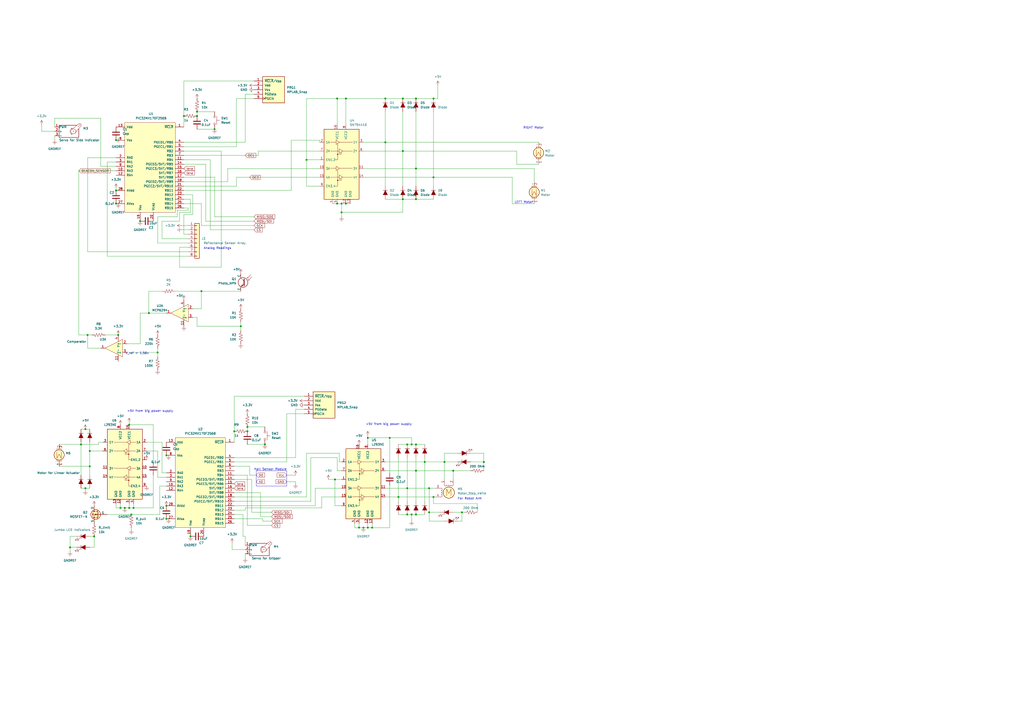
<source format=kicad_sch>
(kicad_sch (version 20230121) (generator eeschema)
  (paper "A2")
  (junction (at 248.92 283.21))
  (junction (at 223.52 57.15))
  (junction (at 135.89 250.19))
  (junction (at 52.07 270.51))
  (junction (at 236.22 283.21))
  (junction (at 257.81 267.97))
  (junction (at 215.9 306.07))
  (junction (at 77.47 294.64))
  (junction (at 50.8 194.31))
  (junction (at 195.58 57.15))
  (junction (at 67.31 118.11))
  (junction (at 213.36 254))
  (junction (at 49.53 283.21))
  (junction (at 74.93 246.38))
  (junction (at 198.12 123.19))
  (junction (at 96.52 300.99))
  (junction (at 238.76 298.45))
  (junction (at 210.82 306.07))
  (junction (at 106.68 67.31))
  (junction (at 72.39 294.64))
  (junction (at 231.14 288.29))
  (junction (at 177.8 92.71))
  (junction (at 241.3 273.05))
  (junction (at 67.31 81.28))
  (junction (at 200.66 118.11))
  (junction (at 248.92 297.18))
  (junction (at 233.68 57.15))
  (junction (at 251.46 57.15))
  (junction (at 143.51 247.65))
  (junction (at 153.67 257.81))
  (junction (at 280.67 267.97))
  (junction (at 139.7 189.23))
  (junction (at 241.3 298.45))
  (junction (at 69.85 294.64))
  (junction (at 110.49 311.15))
  (junction (at 233.68 115.57))
  (junction (at 241.3 57.15))
  (junction (at 246.38 267.97))
  (junction (at 267.97 297.18))
  (junction (at 143.51 250.19))
  (junction (at 213.36 306.07))
  (junction (at 124.46 74.93))
  (junction (at 91.44 204.47))
  (junction (at 81.28 128.27))
  (junction (at 46.99 257.81))
  (junction (at 208.28 306.07))
  (junction (at 194.31 278.13))
  (junction (at 195.58 118.11))
  (junction (at 67.31 110.49))
  (junction (at 96.52 293.37))
  (junction (at 68.58 194.31))
  (junction (at 236.22 298.45))
  (junction (at 54.61 311.15))
  (junction (at 74.93 294.64))
  (junction (at 241.3 97.79))
  (junction (at 236.22 257.81))
  (junction (at 251.46 288.29))
  (junction (at 226.06 254))
  (junction (at 40.64 317.5))
  (junction (at 200.66 57.15))
  (junction (at 52.07 261.62))
  (junction (at 198.12 118.11))
  (junction (at 114.3 64.77))
  (junction (at 241.3 257.81))
  (junction (at 238.76 257.81))
  (junction (at 262.89 273.05))
  (junction (at 86.36 181.61))
  (junction (at 49.53 248.92))
  (junction (at 251.46 102.87))
  (junction (at 116.84 168.91))
  (junction (at 76.2 298.45))
  (junction (at 114.3 67.31))
  (junction (at 96.52 264.16))
  (junction (at 241.3 115.57))
  (junction (at 233.68 87.63))
  (junction (at 223.52 82.55))
  (wire (pts (xy 200.66 57.15) (xy 223.52 57.15)))
  (wire (pts (xy 49.53 248.92) (xy 52.07 248.92)))
  (wire (pts (xy 114.3 64.77) (xy 124.46 64.77)))
  (wire (pts (xy 114.3 67.31) (xy 114.3 64.77)))
  (wire (pts (xy 49.53 283.21) (xy 52.07 283.21)))
  (wire (pts (xy 186.69 288.29) (xy 198.12 288.29)))
  (wire (pts (xy 198.12 123.19) (xy 198.12 125.73)))
  (wire (pts (xy 74.93 294.64) (xy 72.39 294.64)))
  (wire (pts (xy 135.89 250.19) (xy 135.89 256.54)))
  (wire (pts (xy 257.81 262.89) (xy 257.81 267.97)))
  (wire (pts (xy 52.07 261.62) (xy 59.69 261.62)))
  (wire (pts (xy 106.68 115.57) (xy 110.49 115.57)))
  (wire (pts (xy 185.42 102.87) (xy 137.16 102.87)))
  (wire (pts (xy 46.99 283.21) (xy 49.53 283.21)))
  (wire (pts (xy 110.49 115.57) (xy 110.49 123.19)))
  (wire (pts (xy 116.84 168.91) (xy 101.6 168.91)))
  (wire (pts (xy 62.23 148.59) (xy 109.22 148.59)))
  (wire (pts (xy 257.81 302.26) (xy 248.92 302.26)))
  (wire (pts (xy 280.67 262.89) (xy 280.67 267.97)))
  (wire (pts (xy 57.15 256.54) (xy 59.69 256.54)))
  (wire (pts (xy 213.36 254) (xy 213.36 257.81)))
  (wire (pts (xy 223.52 283.21) (xy 236.22 283.21)))
  (wire (pts (xy 91.44 140.97) (xy 109.22 140.97)))
  (wire (pts (xy 241.3 115.57) (xy 251.46 115.57)))
  (wire (pts (xy 86.36 168.91) (xy 86.36 181.61)))
  (wire (pts (xy 46.99 275.59) (xy 46.99 257.81)))
  (wire (pts (xy 135.89 270.51) (xy 144.78 270.51)))
  (wire (pts (xy 251.46 288.29) (xy 252.73 288.29)))
  (wire (pts (xy 91.44 204.47) (xy 73.66 204.47)))
  (wire (pts (xy 255.27 297.18) (xy 248.92 297.18)))
  (wire (pts (xy 31.75 73.66) (xy 31.75 68.58)))
  (wire (pts (xy 106.68 95.25) (xy 119.38 95.25)))
  (wire (pts (xy 196.85 267.97) (xy 198.12 267.97)))
  (wire (pts (xy 116.84 130.81) (xy 147.32 130.81)))
  (wire (pts (xy 34.29 270.51) (xy 52.07 270.51)))
  (wire (pts (xy 213.36 303.53) (xy 213.36 306.07)))
  (wire (pts (xy 93.98 138.43) (xy 109.22 138.43)))
  (wire (pts (xy 88.9 246.38) (xy 74.93 246.38)))
  (wire (pts (xy 238.76 298.45) (xy 238.76 302.26)))
  (wire (pts (xy 93.98 274.32) (xy 96.52 274.32)))
  (wire (pts (xy 106.68 46.99) (xy 147.32 46.99)))
  (wire (pts (xy 135.89 295.91) (xy 142.24 295.91)))
  (wire (pts (xy 262.89 273.05) (xy 262.89 278.13)))
  (wire (pts (xy 40.64 320.04) (xy 40.64 317.5)))
  (wire (pts (xy 102.87 125.73) (xy 91.44 125.73)))
  (wire (pts (xy 135.89 229.87) (xy 176.53 229.87)))
  (wire (pts (xy 88.9 275.59) (xy 88.9 294.64)))
  (wire (pts (xy 135.89 288.29) (xy 177.8 288.29)))
  (wire (pts (xy 241.3 97.79) (xy 309.88 97.79)))
  (wire (pts (xy 81.28 199.39) (xy 81.28 181.61)))
  (wire (pts (xy 77.47 294.64) (xy 74.93 294.64)))
  (wire (pts (xy 180.34 265.43) (xy 195.58 265.43)))
  (wire (pts (xy 132.08 105.41) (xy 106.68 105.41)))
  (wire (pts (xy 146.05 297.18) (xy 157.48 297.18)))
  (wire (pts (xy 24.13 76.2) (xy 31.75 76.2)))
  (wire (pts (xy 106.68 82.55) (xy 142.24 82.55)))
  (wire (pts (xy 210.82 102.87) (xy 251.46 102.87)))
  (wire (pts (xy 124.46 125.73) (xy 147.32 125.73)))
  (wire (pts (xy 166.37 240.03) (xy 166.37 267.97)))
  (wire (pts (xy 223.52 288.29) (xy 231.14 288.29)))
  (wire (pts (xy 233.68 87.63) (xy 299.72 87.63)))
  (wire (pts (xy 110.49 123.19) (xy 104.14 123.19)))
  (wire (pts (xy 215.9 303.53) (xy 215.9 306.07)))
  (wire (pts (xy 208.28 306.07) (xy 210.82 306.07)))
  (wire (pts (xy 74.93 245.11) (xy 74.93 246.38)))
  (wire (pts (xy 182.88 293.37) (xy 182.88 283.21)))
  (wire (pts (xy 142.24 316.23) (xy 142.24 311.15)))
  (wire (pts (xy 236.22 265.43) (xy 236.22 283.21)))
  (wire (pts (xy 223.52 273.05) (xy 241.3 273.05)))
  (wire (pts (xy 62.23 298.45) (xy 76.2 298.45)))
  (wire (pts (xy 200.66 118.11) (xy 203.2 118.11)))
  (wire (pts (xy 92.71 281.94) (xy 92.71 298.45)))
  (wire (pts (xy 50.8 91.44) (xy 50.8 146.05)))
  (wire (pts (xy 139.7 186.69) (xy 139.7 189.23)))
  (wire (pts (xy 265.43 262.89) (xy 257.81 262.89)))
  (wire (pts (xy 248.92 302.26) (xy 248.92 297.18)))
  (wire (pts (xy 195.58 265.43) (xy 195.58 273.05)))
  (wire (pts (xy 128.27 154.94) (xy 104.14 154.94)))
  (wire (pts (xy 31.75 78.74) (xy 31.75 81.28)))
  (wire (pts (xy 114.3 189.23) (xy 139.7 189.23)))
  (wire (pts (xy 106.68 135.89) (xy 109.22 135.89)))
  (wire (pts (xy 208.28 303.53) (xy 208.28 306.07)))
  (wire (pts (xy 69.85 292.1) (xy 69.85 294.64)))
  (wire (pts (xy 52.07 256.54) (xy 52.07 261.62)))
  (wire (pts (xy 205.74 306.07) (xy 208.28 306.07)))
  (wire (pts (xy 52.07 317.5) (xy 54.61 317.5)))
  (wire (pts (xy 135.89 275.59) (xy 143.51 275.59)))
  (wire (pts (xy 57.15 257.81) (xy 57.15 256.54)))
  (wire (pts (xy 190.5 278.13) (xy 194.31 278.13)))
  (wire (pts (xy 267.97 297.18) (xy 269.24 297.18)))
  (wire (pts (xy 67.31 294.64) (xy 69.85 294.64)))
  (wire (pts (xy 24.13 72.39) (xy 24.13 76.2)))
  (wire (pts (xy 106.68 87.63) (xy 128.27 87.63)))
  (wire (pts (xy 248.92 283.21) (xy 252.73 283.21)))
  (wire (pts (xy 116.84 179.07) (xy 116.84 168.91)))
  (wire (pts (xy 69.85 294.64) (xy 72.39 294.64)))
  (wire (pts (xy 140.97 311.15) (xy 142.24 311.15)))
  (wire (pts (xy 54.61 317.5) (xy 54.61 311.15)))
  (wire (pts (xy 180.34 290.83) (xy 180.34 265.43)))
  (wire (pts (xy 205.74 303.53) (xy 205.74 306.07)))
  (wire (pts (xy 196.85 262.89) (xy 196.85 267.97)))
  (wire (pts (xy 91.44 201.93) (xy 91.44 204.47)))
  (wire (pts (xy 124.46 102.87) (xy 106.68 102.87)))
  (wire (pts (xy 213.36 252.73) (xy 213.36 254)))
  (wire (pts (xy 185.42 107.95) (xy 177.8 107.95)))
  (wire (pts (xy 168.91 110.49) (xy 168.91 81.28)))
  (wire (pts (xy 58.42 201.93) (xy 50.8 201.93)))
  (wire (pts (xy 273.05 262.89) (xy 280.67 262.89)))
  (wire (pts (xy 309.88 97.79) (xy 309.88 105.41)))
  (wire (pts (xy 142.24 82.55) (xy 142.24 54.61)))
  (wire (pts (xy 241.3 57.15) (xy 251.46 57.15)))
  (wire (pts (xy 135.89 278.13) (xy 146.05 278.13)))
  (wire (pts (xy 135.89 267.97) (xy 166.37 267.97)))
  (wire (pts (xy 93.98 256.54) (xy 93.98 274.32)))
  (wire (pts (xy 85.09 256.54) (xy 93.98 256.54)))
  (wire (pts (xy 238.76 254) (xy 226.06 254)))
  (wire (pts (xy 151.13 299.72) (xy 157.48 299.72)))
  (wire (pts (xy 231.14 288.29) (xy 231.14 290.83)))
  (wire (pts (xy 96.52 181.61) (xy 86.36 181.61)))
  (wire (pts (xy 58.42 68.58) (xy 58.42 96.52)))
  (wire (pts (xy 106.68 67.31) (xy 106.68 73.66)))
  (wire (pts (xy 40.64 311.15) (xy 44.45 311.15)))
  (wire (pts (xy 85.09 261.62) (xy 91.44 261.62)))
  (wire (pts (xy 128.27 87.63) (xy 128.27 154.94)))
  (wire (pts (xy 142.24 295.91) (xy 142.24 294.64)))
  (wire (pts (xy 106.68 124.46) (xy 106.68 135.89)))
  (wire (pts (xy 195.58 118.11) (xy 198.12 118.11)))
  (wire (pts (xy 52.07 270.51) (xy 52.07 261.62)))
  (wire (pts (xy 144.78 275.59) (xy 148.59 275.59)))
  (wire (pts (xy 45.72 99.06) (xy 45.72 194.31)))
  (wire (pts (xy 135.89 285.75) (xy 151.13 285.75)))
  (wire (pts (xy 67.31 118.11) (xy 68.58 118.11)))
  (wire (pts (xy 254 49.53) (xy 254 57.15)))
  (wire (pts (xy 137.16 107.95) (xy 106.68 107.95)))
  (wire (pts (xy 185.42 92.71) (xy 177.8 92.71)))
  (wire (pts (xy 91.44 204.47) (xy 91.44 207.01)))
  (wire (pts (xy 231.14 298.45) (xy 236.22 298.45)))
  (wire (pts (xy 273.05 267.97) (xy 280.67 267.97)))
  (wire (pts (xy 109.22 130.81) (xy 105.41 130.81)))
  (wire (pts (xy 267.97 302.26) (xy 267.97 297.18)))
  (wire (pts (xy 111.76 124.46) (xy 106.68 124.46)))
  (wire (pts (xy 67.31 292.1) (xy 67.31 294.64)))
  (wire (pts (xy 134.62 318.77) (xy 142.24 318.77)))
  (wire (pts (xy 143.51 304.8) (xy 157.48 304.8)))
  (wire (pts (xy 58.42 96.52) (xy 67.31 96.52)))
  (wire (pts (xy 137.16 57.15) (xy 137.16 85.09)))
  (wire (pts (xy 137.16 85.09) (xy 106.68 85.09)))
  (wire (pts (xy 177.8 57.15) (xy 195.58 57.15)))
  (wire (pts (xy 67.31 91.44) (xy 50.8 91.44)))
  (wire (pts (xy 135.89 293.37) (xy 182.88 293.37)))
  (wire (pts (xy 149.86 87.63) (xy 149.86 90.17)))
  (wire (pts (xy 121.92 92.71) (xy 121.92 133.35)))
  (wire (pts (xy 46.99 256.54) (xy 46.99 257.81)))
  (wire (pts (xy 124.46 125.73) (xy 124.46 102.87)))
  (wire (pts (xy 177.8 288.29) (xy 177.8 262.89)))
  (wire (pts (xy 109.22 133.35) (xy 105.41 133.35)))
  (wire (pts (xy 182.88 283.21) (xy 198.12 283.21)))
  (wire (pts (xy 140.97 298.45) (xy 140.97 311.15)))
  (wire (pts (xy 241.3 64.77) (xy 241.3 97.79)))
  (wire (pts (xy 186.69 294.64) (xy 186.69 288.29)))
  (wire (pts (xy 68.58 81.28) (xy 68.58 80.01)))
  (wire (pts (xy 223.52 57.15) (xy 233.68 57.15)))
  (wire (pts (xy 46.99 248.92) (xy 49.53 248.92)))
  (wire (pts (xy 96.52 264.16) (xy 97.79 264.16)))
  (wire (pts (xy 198.12 118.11) (xy 200.66 118.11)))
  (wire (pts (xy 153.67 257.81) (xy 143.51 257.81)))
  (wire (pts (xy 106.68 67.31) (xy 106.68 46.99)))
  (wire (pts (xy 119.38 128.27) (xy 147.32 128.27)))
  (wire (pts (xy 226.06 281.94) (xy 226.06 306.07)))
  (wire (pts (xy 50.8 194.31) (xy 50.8 201.93)))
  (wire (pts (xy 213.36 306.07) (xy 210.82 306.07)))
  (wire (pts (xy 233.68 64.77) (xy 233.68 87.63)))
  (wire (pts (xy 93.98 128.27) (xy 93.98 138.43)))
  (wire (pts (xy 171.45 279.4) (xy 171.45 280.67)))
  (wire (pts (xy 299.72 95.25) (xy 312.42 95.25)))
  (wire (pts (xy 177.8 57.15) (xy 177.8 92.71)))
  (wire (pts (xy 52.07 270.51) (xy 52.07 275.59)))
  (wire (pts (xy 144.78 270.51) (xy 144.78 275.59)))
  (wire (pts (xy 246.38 265.43) (xy 246.38 267.97)))
  (wire (pts (xy 124.46 74.93) (xy 114.3 74.93)))
  (wire (pts (xy 236.22 257.81) (xy 238.76 257.81)))
  (wire (pts (xy 251.46 292.1) (xy 276.86 292.1)))
  (wire (pts (xy 166.37 275.59) (xy 171.45 275.59)))
  (wire (pts (xy 31.75 68.58) (xy 58.42 68.58)))
  (wire (pts (xy 91.44 276.86) (xy 96.52 276.86)))
  (wire (pts (xy 142.24 54.61) (xy 147.32 54.61)))
  (wire (pts (xy 146.05 278.13) (xy 146.05 297.18)))
  (wire (pts (xy 241.3 273.05) (xy 262.89 273.05)))
  (wire (pts (xy 193.04 118.11) (xy 195.58 118.11)))
  (wire (pts (xy 73.66 199.39) (xy 81.28 199.39)))
  (wire (pts (xy 109.22 120.65) (xy 109.22 121.92)))
  (wire (pts (xy 91.44 261.62) (xy 91.44 276.86)))
  (wire (pts (xy 231.14 257.81) (xy 236.22 257.81)))
  (wire (pts (xy 231.14 265.43) (xy 231.14 288.29)))
  (wire (pts (xy 67.31 81.28) (xy 68.58 81.28)))
  (wire (pts (xy 151.13 285.75) (xy 151.13 299.72)))
  (wire (pts (xy 200.66 57.15) (xy 200.66 72.39)))
  (wire (pts (xy 34.29 257.81) (xy 46.99 257.81)))
  (wire (pts (xy 251.46 292.1) (xy 251.46 288.29)))
  (wire (pts (xy 246.38 267.97) (xy 246.38 290.83)))
  (wire (pts (xy 137.16 102.87) (xy 137.16 107.95)))
  (wire (pts (xy 134.62 314.96) (xy 134.62 318.77)))
  (wire (pts (xy 119.38 95.25) (xy 119.38 128.27)))
  (wire (pts (xy 238.76 298.45) (xy 241.3 298.45)))
  (wire (pts (xy 149.86 87.63) (xy 185.42 87.63)))
  (wire (pts (xy 241.3 265.43) (xy 241.3 273.05)))
  (wire (pts (xy 135.89 250.19) (xy 135.89 229.87)))
  (wire (pts (xy 251.46 102.87) (xy 297.18 102.87)))
  (wire (pts (xy 236.22 283.21) (xy 236.22 290.83)))
  (wire (pts (xy 236.22 298.45) (xy 238.76 298.45)))
  (wire (pts (xy 96.52 300.99) (xy 97.79 300.99)))
  (wire (pts (xy 241.3 97.79) (xy 241.3 107.95)))
  (wire (pts (xy 111.76 113.03) (xy 111.76 124.46)))
  (wire (pts (xy 262.89 297.18) (xy 267.97 297.18)))
  (wire (pts (xy 185.42 97.79) (xy 132.08 97.79)))
  (wire (pts (xy 67.31 99.06) (xy 45.72 99.06)))
  (wire (pts (xy 166.37 279.4) (xy 171.45 279.4)))
  (wire (pts (xy 77.47 292.1) (xy 77.47 294.64)))
  (wire (pts (xy 106.68 113.03) (xy 111.76 113.03)))
  (wire (pts (xy 251.46 64.77) (xy 251.46 102.87)))
  (wire (pts (xy 236.22 283.21) (xy 248.92 283.21)))
  (wire (pts (xy 74.93 292.1) (xy 74.93 294.64)))
  (wire (pts (xy 198.12 293.37) (xy 194.31 293.37)))
  (wire (pts (xy 195.58 57.15) (xy 200.66 57.15)))
  (wire (pts (xy 233.68 123.19) (xy 198.12 123.19)))
  (wire (pts (xy 233.68 115.57) (xy 241.3 115.57)))
  (wire (pts (xy 210.82 87.63) (xy 233.68 87.63)))
  (wire (pts (xy 195.58 273.05) (xy 198.12 273.05)))
  (wire (pts (xy 248.92 297.18) (xy 248.92 283.21)))
  (wire (pts (xy 76.2 307.34) (xy 76.2 306.07)))
  (wire (pts (xy 40.64 317.5) (xy 44.45 317.5)))
  (wire (pts (xy 241.3 257.81) (xy 246.38 257.81)))
  (wire (pts (xy 104.14 143.51) (xy 109.22 143.51)))
  (wire (pts (xy 114.3 184.15) (xy 111.76 184.15)))
  (wire (pts (xy 116.84 118.11) (xy 106.68 118.11)))
  (wire (pts (xy 223.52 82.55) (xy 223.52 107.95)))
  (wire (pts (xy 251.46 102.87) (xy 251.46 107.95)))
  (wire (pts (xy 121.92 133.35) (xy 147.32 133.35)))
  (wire (pts (xy 265.43 302.26) (xy 267.97 302.26)))
  (wire (pts (xy 50.8 194.31) (xy 53.34 194.31)))
  (wire (pts (xy 257.81 267.97) (xy 265.43 267.97)))
  (wire (pts (xy 194.31 278.13) (xy 198.12 278.13)))
  (wire (pts (xy 93.98 168.91) (xy 86.36 168.91)))
  (wire (pts (xy 104.14 123.19) (xy 104.14 128.27)))
  (wire (pts (xy 92.71 281.94) (xy 96.52 281.94)))
  (wire (pts (xy 68.58 194.31) (xy 60.96 194.31)))
  (wire (pts (xy 231.14 288.29) (xy 251.46 288.29)))
  (wire (pts (xy 76.2 298.45) (xy 92.71 298.45)))
  (wire (pts (xy 143.51 275.59) (xy 143.51 304.8)))
  (wire (pts (xy 139.7 189.23) (xy 139.7 191.77)))
  (wire (pts (xy 257.81 267.97) (xy 257.81 278.13)))
  (wire (pts (xy 106.68 120.65) (xy 109.22 120.65)))
  (wire (pts (xy 116.84 130.81) (xy 116.84 118.11)))
  (wire (pts (xy 171.45 237.49) (xy 176.53 237.49)))
  (wire (pts (xy 198.12 118.11) (xy 198.12 123.19)))
  (wire (pts (xy 273.05 273.05) (xy 262.89 273.05)))
  (wire (pts (xy 176.53 240.03) (xy 166.37 240.03)))
  (wire (pts (xy 297.18 102.87) (xy 297.18 118.11)))
  (wire (pts (xy 147.32 57.15) (xy 137.16 57.15)))
  (wire (pts (xy 50.8 146.05) (xy 109.22 146.05)))
  (wire (pts (xy 210.82 97.79) (xy 241.3 97.79)))
  (wire (pts (xy 241.3 273.05) (xy 241.3 290.83)))
  (wire (pts (xy 238.76 257.81) (xy 238.76 254)))
  (wire (pts (xy 135.89 290.83) (xy 180.34 290.83)))
  (wire (pts (xy 143.51 247.65) (xy 153.67 247.65)))
  (wire (pts (xy 233.68 87.63) (xy 233.68 107.95)))
  (wire (pts (xy 223.52 64.77) (xy 223.52 82.55)))
  (wire (pts (xy 152.4 300.99) (xy 152.4 302.26)))
  (wire (pts (xy 106.68 110.49) (xy 168.91 110.49)))
  (wire (pts (xy 114.3 184.15) (xy 114.3 189.23)))
  (wire (pts (xy 135.89 265.43) (xy 171.45 265.43)))
  (wire (pts (xy 40.64 317.5) (xy 40.64 311.15)))
  (wire (pts (xy 168.91 81.28) (xy 185.42 81.28)))
  (wire (pts (xy 280.67 267.97) (xy 280.67 273.05)))
  (wire (pts (xy 226.06 254) (xy 226.06 274.32)))
  (wire (pts (xy 177.8 262.89) (xy 196.85 262.89)))
  (wire (pts (xy 241.3 298.45) (xy 246.38 298.45)))
  (wire (pts (xy 104.14 154.94) (xy 104.14 143.51)))
  (wire (pts (xy 223.52 115.57) (xy 233.68 115.57)))
  (wire (pts (xy 139.7 168.91) (xy 116.84 168.91)))
  (wire (pts (xy 276.86 292.1) (xy 276.86 297.18)))
  (wire (pts (xy 67.31 93.98) (xy 62.23 93.98)))
  (wire (pts (xy 135.89 298.45) (xy 140.97 298.45)))
  (wire (pts (xy 195.58 72.39) (xy 195.58 57.15)))
  (wire (pts (xy 102.87 121.92) (xy 102.87 125.73)))
  (wire (pts (xy 67.31 110.49) (xy 67.31 109.22)))
  (wire (pts (xy 226.06 306.07) (xy 215.9 306.07)))
  (wire (pts (xy 62.23 93.98) (xy 62.23 148.59)))
  (wire (pts (xy 194.31 293.37) (xy 194.31 278.13)))
  (wire (pts (xy 135.89 300.99) (xy 152.4 300.99)))
  (wire (pts (xy 143.51 250.19) (xy 143.51 247.65)))
  (wire (pts (xy 152.4 302.26) (xy 157.48 302.26)))
  (wire (pts (xy 246.38 267.97) (xy 257.81 267.97)))
  (wire (pts (xy 142.24 321.31) (xy 142.24 323.85)))
  (wire (pts (xy 52.07 311.15) (xy 54.61 311.15)))
  (wire (pts (xy 185.42 81.28) (xy 185.42 82.55)))
  (wire (pts (xy 109.22 121.92) (xy 102.87 121.92)))
  (wire (pts (xy 251.46 57.15) (xy 254 57.15)))
  (wire (pts (xy 88.9 267.97) (xy 88.9 246.38)))
  (wire (pts (xy 142.24 294.64) (xy 186.69 294.64)))
  (wire (pts (xy 215.9 306.07) (xy 213.36 306.07)))
  (wire (pts (xy 177.8 92.71) (xy 177.8 107.95)))
  (wire (pts (xy 223.52 267.97) (xy 246.38 267.97)))
  (wire (pts (xy 88.9 294.64) (xy 77.47 294.64)))
  (wire (pts (xy 233.68 57.15) (xy 241.3 57.15)))
  (wire (pts (xy 106.68 90.17) (xy 149.86 90.17)))
  (wire (pts (xy 171.45 265.43) (xy 171.45 237.49)))
  (wire (pts (xy 238.76 257.81) (xy 241.3 257.81)))
  (wire (pts (xy 81.28 181.61) (xy 86.36 181.61)))
  (wire (pts (xy 46.99 257.81) (xy 57.15 257.81)))
  (wire (pts (xy 132.08 97.79) (xy 132.08 105.41)))
  (wire (pts (xy 299.72 87.63) (xy 299.72 95.25)))
  (wire (pts (xy 49.53 283.21) (xy 49.53 284.48)))
  (wire (pts (xy 121.92 92.71) (xy 106.68 92.71)))
  (wire (pts (xy 223.52 82.55) (xy 312.42 82.55)))
  (wire (pts (xy 297.18 118.11) (xy 309.88 118.11)))
  (wire (pts (xy 91.44 125.73) (xy 91.44 140.97)))
  (wire (pts (xy 111.76 179.07) (xy 116.84 179.07)))
  (wire (pts (xy 104.14 128.27) (xy 93.98 128.27)))
  (wire (pts (xy 226.06 254) (xy 213.36 254)))
  (wire (pts (xy 210.82 82.55) (xy 223.52 82.55)))
  (wire (pts (xy 233.68 115.57) (xy 233.68 123.19)))
  (wire (pts (xy 45.72 194.31) (xy 50.8 194.31)))
  (rectangle (start 148.59 273.05) (end 166.37 281.94))
  (text "LEFT Motor" (at 298.45 118.11 0) (effects (font (size 1.27 1.27)) (justify left bottom)))
  (text "RIGHT Motor" (at 303.53 74.93 0) (effects (font (size 1.27 1.27)) (justify left bottom)))
  (text "Analog Readings\n" (at 118.11 144.78 0) (effects (font (size 1.27 1.27)) (justify left bottom)))
  (text "For Robot Arm\n\n" (at 265.43 292.1 0) (effects (font (size 1.27 1.27)) (justify left bottom)))
  (text "+5V from big power supply\n\n" (at 73.66 241.3 0) (effects (font (size 1.27 1.27)) (justify left bottom)))
  (text "Hall Sensor Module\n" (at 147.32 273.05 0) (effects (font (size 1.27 1.27)) (justify left bottom)))
  (text "V_ref = 1.56v" (at 86.36 205.74 0) (effects (font (size 1.27 1.27)) (justify right bottom)))
  (text "+5V from big power supply\n\n" (at 212.09 248.92 0) (effects (font (size 1.27 1.27)) (justify left bottom)))
  (global_label "Vcc" (shape input) (at 166.37 275.59 180) (property "Intersheetrefs" "${INTERSHEET_REFS}" (effects hide)))
  (global_label "SCK" (shape input) (at 157.48 302.26 0) (property "Intersheetrefs" "${INTERSHEET_REFS}" (effects hide)))
  (global_label "BEACON_SENSOR" (shape input) (at 45.72 99.06 0) (property "Intersheetrefs" "${INTERSHEET_REFS}" (effects hide)))
  (global_label "tera" (shape input) (at 135.89 280.67 0) (property "Intersheetrefs" "${INTERSHEET_REFS}" (effects hide)))
  (global_label "tera" (shape input) (at 106.68 100.33 0) (property "Intersheetrefs" "${INTERSHEET_REFS}" (effects hide)))
  (global_label "OC3" (shape input) (at 144.78 102.87 0) (property "Intersheetrefs" "${INTERSHEET_REFS}" (effects hide)))
  (global_label "MISO{slash}SDI" (shape input) (at 157.48 297.18 0) (property "Intersheetrefs" "${INTERSHEET_REFS}" (effects hide)))
  (global_label "DO" (shape input) (at 148.59 275.59 0) (property "Intersheetrefs" "${INTERSHEET_REFS}" (effects hide)))
  (global_label "MOSI{slash}SDI" (shape input) (at 147.32 128.27 0) (property "Intersheetrefs" "${INTERSHEET_REFS}" (effects hide)))
  (global_label "CS" (shape input) (at 147.32 133.35 0) (property "Intersheetrefs" "${INTERSHEET_REFS}" (effects hide)))
  (global_label "MISO{slash}SDO" (shape input) (at 147.32 125.73 0) (property "Intersheetrefs" "${INTERSHEET_REFS}" (effects hide)))
  (global_label "MOSI{slash}SDO" (shape input) (at 157.48 299.72 0) (property "Intersheetrefs" "${INTERSHEET_REFS}" (effects hide)))
  (global_label "OC1" (shape input) (at 142.24 90.17 0) (property "Intersheetrefs" "${INTERSHEET_REFS}" (effects hide)))
  (global_label "CS" (shape input) (at 157.48 304.8 0) (property "Intersheetrefs" "${INTERSHEET_REFS}" (effects hide)))
  (global_label "SCK" (shape input) (at 147.32 130.81 0) (property "Intersheetrefs" "${INTERSHEET_REFS}" (effects hide)))
  (global_label "GND" (shape input) (at 166.37 279.4 180) (property "Intersheetrefs" "${INTERSHEET_REFS}" (effects hide)))
  (global_label "tera" (shape input) (at 106.68 97.79 0) (property "Intersheetrefs" "${INTERSHEET_REFS}" (effects hide)))
  (global_label "AO" (shape input) (at 148.59 279.4 0) (property "Intersheetrefs" "${INTERSHEET_REFS}" (effects hide)))
  (global_label "tera" (shape input) (at 135.89 283.21 0) (property "Intersheetrefs" "${INTERSHEET_REFS}" (effects hide)))
  (symbol (lib_id "ME218_BaseLib:LED") (at 259.08 297.18 0) (unit 1)
    (property "Reference" "D19" (effects hide))
    (property "Value" "Bi-color LED" (effects hide))
  )
  (symbol (lib_id "ME218_BaseLib:LED") (at 269.24 267.97 0) (unit 1)
    (property "Reference" "D22" (effects hide))
    (property "Value" "Bi-color LED" (effects hide))
  )
  (symbol (lib_id "power:+5V") (at 139.7 179.07 0) (mirror y) (unit 1)
    (property "Reference" "#PWR06" (effects hide))
    (property "Value" "+5V" (at 139.7 173.99 0))
  )
  (symbol (lib_name "Res1_2") (lib_id "ME218_BaseLib:Res1") (at 97.79 168.91 270) (mirror x) (unit 1)
    (property "Reference" "R5" (at 97.79 162.56 90))
    (property "Value" "2K" (at 97.79 165.1 90))
  )
  (symbol (lib_id "ME218_BaseLib:Diode") (at 251.46 111.76 270) (unit 1)
    (property "Reference" "D8" (at 254 110.49 90) (effects (justify left)))
    (property "Value" "Diode" (at 254 113.03 90) (effects (justify left)))
  )
  (symbol (lib_id "power:+5V") (at 69.85 246.38 0) (unit 1)
    (property "Reference" "#PWR044" (effects hide))
    (property "Value" "+5V" (at 69.85 241.3 0))
  )
  (symbol (lib_id "ME218_BaseLib:Res1") (at 110.49 67.31 90) (unit 1)
    (property "Reference" "R3" (at 107.95 63.5 90))
    (property "Value" "1k" (at 107.95 69.85 90))
  )
  (symbol (lib_id "ME218_BaseLib:Diode") (at 236.22 261.62 270) (unit 1)
    (property "Reference" "D13" (effects hide))
    (property "Value" "Diode" (effects hide))
  )
  (symbol (lib_id "ME218_BaseLib:L293NE") (at 210.82 283.21 0) (unit 1)
    (property "Reference" "U5" (at 215.5541 255.27 0) (effects (justify left)))
    (property "Value" "L293NE" (at 215.5541 257.81 0) (effects (justify left)))
    (property "Footprint" "Package_DIP:DIP-16_W7.62mm" (effects hide))
  )
  (symbol (lib_id "ME218_BaseLib:MCP6294") (at 104.14 181.61 0) (mirror y) (unit 1)
    (property "Reference" "U2" (at 92.71 177.4191 0))
    (property "Value" "MCP6294" (at 92.71 179.9591 0))
  )
  (symbol (lib_id "power:Earth") (at 139.7 199.39 0) (mirror y) (unit 1)
    (property "Reference" "#PWR07" (effects hide))
    (property "Value" "Earth" (effects hide))
  )
  (symbol (lib_id "power:Earth") (at 49.53 284.48 0) (unit 1)
    (property "Reference" "#PWR039" (effects hide))
    (property "Value" "Earth" (effects hide))
  )
  (symbol (lib_id "ME218_BaseLib:Cap") (at 143.51 254 0) (unit 1)
    (property "Reference" "C8" (at 147.32 252.7299 0) (effects (justify left)))
    (property "Value" "0.1uF" (at 146.05 255.27 0) (effects (justify left)))
  )
  (symbol (lib_id "ME218_BaseLib:SW_Push") (at 153.67 252.73 270) (unit 1)
    (property "Reference" "SW2" (at 157.48 251.4599 90) (effects (justify left)))
    (property "Value" "Reset" (at 157.48 253.9999 90) (effects (justify left)))
  )
  (symbol (lib_id "power:Earth") (at 91.44 214.63 0) (mirror y) (unit 1)
    (property "Reference" "#PWR013" (effects hide))
    (property "Value" "Earth" (effects hide))
  )
  (symbol (lib_id "ME218_BaseLib:Diode") (at 52.07 252.73 270) (unit 1)
    (property "Reference" "D24" (effects hide))
    (property "Value" "Diode" (effects hide))
  )
  (symbol (lib_id "ME218_BaseLib:L293NE") (at 72.39 271.78 0) (mirror y) (unit 1)
    (property "Reference" "U6" (at 67.6559 243.84 0) (effects (justify left)))
    (property "Value" "L293NE" (at 67.6559 246.38 0) (effects (justify left)))
    (property "Footprint" "Package_DIP:DIP-16_W7.62mm" (effects hide))
  )
  (symbol (lib_id "power:+5V") (at 139.7 158.75 0) (mirror y) (unit 1)
    (property "Reference" "#PWR05" (effects hide))
    (property "Value" "+5V" (at 137.16 156.21 0))
  )
  (symbol (lib_id "ME218_BaseLib:LED") (at 48.26 317.5 0) (unit 1)
    (property "Reference" "D10" (effects hide))
    (property "Value" "Jumbo LED Indicator" (effects hide))
  )
  (symbol (lib_id "ME218_BaseLib:PIC32MX170F256B") (at 123.19 278.13 0) (unit 1)
    (property "Reference" "U2" (at 116.205 248.92 0))
    (property "Value" "PIC32MX170F256B" (at 116.205 251.46 0))
  )
  (symbol (lib_id "power:GNDREF") (at 31.75 81.28 0) (unit 1)
    (property "Reference" "#PWR027" (effects hide))
    (property "Value" "GNDREF" (at 31.75 86.36 0))
  )
  (symbol (lib_id "ME218_BaseLib:Diode") (at 241.3 60.96 270) (unit 1)
    (property "Reference" "D5" (at 243.84 59.69 90) (effects (justify left)))
    (property "Value" "Diode" (at 243.84 62.23 90) (effects (justify left)))
  )
  (symbol (lib_id "ME218_BaseLib:Diode") (at 52.07 279.4 270) (unit 1)
    (property "Reference" "D26" (effects hide))
    (property "Value" "Diode" (effects hide))
  )
  (symbol (lib_id "ME218_BaseLib:Diode") (at 241.3 111.76 270) (unit 1)
    (property "Reference" "D6" (at 243.84 110.49 90) (effects (justify left)))
    (property "Value" "Diode" (at 243.84 113.03 90) (effects (justify left)))
  )
  (symbol (lib_id "power:Earth") (at 106.68 189.23 0) (mirror y) (unit 1)
    (property "Reference" "#PWR011" (effects hide))
    (property "Value" "Earth" (effects hide))
  )
  (symbol (lib_id "ME218_BaseLib:Diode") (at 236.22 294.64 270) (unit 1)
    (property "Reference" "D14" (effects hide))
    (property "Value" "Diode" (effects hide))
  )
  (symbol (lib_id "power:+3.3V") (at 67.31 109.22 0) (unit 1)
    (property "Reference" "#PWR02" (effects hide))
    (property "Value" "+3.3V" (at 67.31 104.14 0))
  )
  (symbol (lib_id "power:GNDREF") (at 81.28 128.27 0) (unit 1)
    (property "Reference" "#PWR04" (effects hide))
    (property "Value" "GNDREF" (at 81.28 133.35 0))
  )
  (symbol (lib_id "ME218_BaseLib:L293NE") (at 198.12 97.79 0) (unit 1)
    (property "Reference" "U4" (at 202.8541 69.85 0) (effects (justify left)))
    (property "Value" "SN754410" (at 202.8541 72.39 0) (effects (justify left)))
    (property "Footprint" "Package_DIP:DIP-16_W7.62mm" (effects hide))
  )
  (symbol (lib_id "power:+5V") (at 85.09 266.7 0) (unit 1)
    (property "Reference" "#PWR048" (effects hide))
    (property "Value" "+5V" (at 85.09 262.89 0))
  )
  (symbol (lib_id "power:GND") (at 176.53 234.95 270) (unit 1)
    (property "Reference" "#PWR032" (effects hide))
    (property "Value" "GND" (at 172.72 234.95 90) (effects (justify right)))
  )
  (symbol (lib_id "power:+6V") (at 74.93 245.11 0) (unit 1)
    (property "Reference" "#PWR045" (effects hide))
    (property "Value" "+6V" (effects hide))
  )
  (symbol (lib_id "power:GNDREF") (at 72.39 294.64 0) (unit 1)
    (property "Reference" "#PWR046" (effects hide))
    (property "Value" "GNDREF" (at 72.39 299.72 0))
  )
  (symbol (lib_id "power:+5V") (at 49.53 248.92 0) (unit 1)
    (property "Reference" "#PWR047" (effects hide))
    (property "Value" "+5V" (at 49.53 243.84 0))
  )
  (symbol (lib_id "ME218_BaseLib:Res1") (at 273.05 297.18 90) (unit 1)
    (property "Reference" "R11" (effects hide))
    (property "Value" "200 Ohm" (at 273.05 294.64 90))
  )
  (symbol (lib_id "power:GNDREF") (at 97.79 264.16 0) (unit 1)
    (property "Reference" "#PWR023" (effects hide))
    (property "Value" "GNDREF" (effects hide))
  )
  (symbol (lib_id "ME218_BaseLib:Motor") (at 34.29 265.43 180) (unit 1)
    (property "Reference" "M6" (at 38.1 262.89 0) (effects (justify right)))
    (property "Value" "Motor for Linear Actuator" (at 21.59 274.32 0) (effects (justify right)))
  )
  (symbol (lib_id "ME218_BaseLib:Diode") (at 223.52 111.76 270) (unit 1)
    (property "Reference" "D2" (at 226.06 110.49 90) (effects (justify left)))
    (property "Value" "Diode" (at 226.06 113.03 90) (effects (justify left)))
  )
  (symbol (lib_id "power:GNDREF") (at 68.58 80.01 0) (unit 1)
    (property "Reference" "#PWR01" (effects hide))
    (property "Value" "GNDREF" (at 68.58 85.09 0))
  )
  (symbol (lib_name "Res1_1") (lib_id "ME218_BaseLib:Res1") (at 57.15 194.31 270) (mirror x) (unit 1)
    (property "Reference" "R8" (at 57.15 187.96 90))
    (property "Value" "3.3K" (at 57.15 190.5 90))
  )
  (symbol (lib_id "power:+3.3V") (at 24.13 72.39 0) (unit 1)
    (property "Reference" "#PWR028" (effects hide))
    (property "Value" "+3.3V" (at 24.13 67.31 0))
  )
  (symbol (lib_id "power:+6V") (at 213.36 252.73 0) (unit 1)
    (property "Reference" "#PWR042" (effects hide))
    (property "Value" "+6V" (effects hide))
  )
  (symbol (lib_name "Res1_4") (lib_id "ME218_BaseLib:Res1") (at 76.2 302.26 0) (unit 1)
    (property "Reference" "R_pull" (at 78.74 300.99 0) (effects (justify left)))
    (property "Value" "10k" (at 78.74 303.53 0) (effects (justify left)))
  )
  (symbol (lib_id "power:+3.3V") (at 105.41 130.81 90) (unit 1)
    (property "Reference" "#PWR018" (effects hide))
    (property "Value" "+3.3V" (at 101.6 130.81 90) (effects (justify left)))
  )
  (symbol (lib_id "ME218_BaseLib:LED") (at 48.26 311.15 0) (unit 1)
    (property "Reference" "D9" (effects hide))
    (property "Value" "Jumbo LED Indicators" (at 41.91 307.34 0))
  )
  (symbol (lib_name "Res1_3") (lib_id "ME218_BaseLib:Res1") (at 139.7 182.88 0) (mirror y) (unit 1)
    (property "Reference" "R1" (at 137.16 181.61 0) (effects (justify left)))
    (property "Value" "10K" (at 137.16 184.15 0) (effects (justify left)))
  )
  (symbol (lib_id "ME218_BaseLib:Cap") (at 67.31 114.3 0) (unit 1)
    (property "Reference" "C2" (at 63.5 111.76 0) (effects (justify left)))
    (property "Value" "0.1uF" (at 60.96 118.11 0) (effects (justify left)))
  )
  (symbol (lib_id "ME218_BaseLib:PIC32MX170F256B") (at 93.98 95.25 0) (unit 1)
    (property "Reference" "U1" (at 87.63 66.04 0))
    (property "Value" "PIC32MX170F256B" (at 87.63 68.58 0))
  )
  (symbol (lib_id "ME218_BaseLib:Diode") (at 241.3 294.64 270) (unit 1)
    (property "Reference" "D16" (effects hide))
    (property "Value" "Diode" (effects hide))
  )
  (symbol (lib_id "power:GND") (at 147.32 52.07 270) (unit 1)
    (property "Reference" "#PWR015" (effects hide))
    (property "Value" "GND" (at 143.51 52.07 90) (effects (justify right)))
  )
  (symbol (lib_id "ME218_BaseLib:Cap") (at 96.52 260.35 0) (unit 1)
    (property "Reference" "C5" (at 100.33 257.81 0) (effects (justify left)))
    (property "Value" "Cap" (at 100.33 260.35 0) (effects (justify left)))
  )
  (symbol (lib_id "power:+5V") (at 106.68 173.99 0) (mirror y) (unit 1)
    (property "Reference" "#PWR010" (effects hide))
    (property "Value" "+5V" (at 104.14 171.45 0))
  )
  (symbol (lib_id "power:+5V") (at 190.5 278.13 0) (unit 1)
    (property "Reference" "#PWR038" (effects hide))
    (property "Value" "+5V" (at 190.5 273.05 0))
  )
  (symbol (lib_name "Res1_4") (lib_id "ME218_BaseLib:Res1") (at 54.61 307.34 0) (unit 1)
    (property "Reference" "R_limit" (at 57.15 306.07 0) (effects (justify left)))
    (property "Value" "10k" (at 57.15 308.61 0) (effects (justify left)))
  )
  (symbol (lib_id "power:+3.3V") (at 134.62 314.96 0) (unit 1)
    (property "Reference" "#PWR029" (effects hide))
    (property "Value" "+3.3V" (at 134.62 309.88 0))
  )
  (symbol (lib_id "ME218_BaseLib:Diode") (at 251.46 60.96 270) (unit 1)
    (property "Reference" "D7" (effects hide))
    (property "Value" "Diode" (at 254 62.23 90) (effects (justify left)))
  )
  (symbol (lib_id "ME218_BaseLib:Diode") (at 46.99 252.73 270) (unit 1)
    (property "Reference" "D23" (effects hide))
    (property "Value" "Diode" (effects hide))
  )
  (symbol (lib_id "ME218_BaseLib:Diode") (at 231.14 261.62 270) (unit 1)
    (property "Reference" "D11" (effects hide))
    (property "Value" "Diode" (effects hide))
  )
  (symbol (lib_id "power:GNDREF") (at 171.45 280.67 0) (unit 1)
    (property "Reference" "#PWR036" (effects hide))
    (property "Value" "GNDREF" (at 171.45 285.75 0))
  )
  (symbol (lib_id "power:GNDREF") (at 76.2 307.34 0) (unit 1)
    (property "Reference" "#PWR034" (effects hide))
    (property "Value" "GNDREF" (at 76.2 312.42 0))
  )
  (symbol (lib_id "power:GNDREF") (at 97.79 300.99 0) (unit 1)
    (property "Reference" "#PWR025" (effects hide))
    (property "Value" "GNDREF" (at 97.79 306.07 0))
  )
  (symbol (lib_id "ME218_BaseLib:Cap") (at 114.3 311.15 90) (unit 1)
    (property "Reference" "C7" (at 116.84 314.96 90))
    (property "Value" "10uF" (at 118.11 312.42 90))
  )
  (symbol (lib_id "power:GNDREF") (at 238.76 302.26 0) (unit 1)
    (property "Reference" "#PWR043" (effects hide))
    (property "Value" "GNDREF" (at 238.76 307.34 0))
  )
  (symbol (lib_id "ME218_BaseLib:Motor_Servo") (at 149.86 318.77 0) (unit 1)
    (property "Reference" "M4" (at 158.75 317.0666 0) (effects (justify left)))
    (property "Value" "Servo for Gripper" (at 146.05 323.85 0) (effects (justify left)))
  )
  (symbol (lib_id "power:+3.3V") (at 176.53 232.41 90) (unit 1)
    (property "Reference" "#PWR031" (effects hide))
    (property "Value" "+3.3V" (at 172.72 232.41 90) (effects (justify left)))
  )
  (symbol (lib_id "ME218_BaseLib:Cap") (at 114.3 71.12 0) (unit 1)
    (property "Reference" "C4" (at 118.11 69.8499 0) (effects (justify left)))
    (property "Value" "0.1uF" (at 116.84 72.39 0) (effects (justify left)))
  )
  (symbol (lib_id "ME218_BaseLib:LED") (at 269.24 262.89 180) (unit 1)
    (property "Reference" "D21" (effects hide))
    (property "Value" "Bi-color LED" (effects hide))
  )
  (symbol (lib_id "ME218_BaseLib:Cap") (at 67.31 77.47 0) (unit 1)
    (property "Reference" "C1" (at 71.12 74.93 0) (effects (justify left)))
    (property "Value" "Cap" (at 71.12 77.47 0) (effects (justify left)))
  )
  (symbol (lib_id "power:+3.3V") (at 68.58 194.31 0) (mirror y) (unit 1)
    (property "Reference" "#PWR020" (effects hide))
    (property "Value" "+3.3V" (at 68.58 189.23 0))
  )
  (symbol (lib_id "power:+3.3V") (at 147.32 49.53 90) (unit 1)
    (property "Reference" "#PWR014" (effects hide))
    (property "Value" "+3.3V" (at 143.51 49.53 90) (effects (justify left)))
  )
  (symbol (lib_id "power:+3.3V") (at 96.52 293.37 0) (unit 1)
    (property "Reference" "#PWR024" (effects hide))
    (property "Value" "+3.3V" (at 96.52 288.29 0))
  )
  (symbol (lib_id "power:GNDREF") (at 210.82 306.07 0) (unit 1)
    (property "Reference" "#PWR041" (effects hide))
    (property "Value" "GNDREF" (at 210.82 311.15 0))
  )
  (symbol (lib_id "ME218_BaseLib:Motor_Step_4Wire") (at 260.35 285.75 0) (unit 1)
    (property "Reference" "M5" (at 265.43 283.6291 0) (effects (justify left)))
    (property "Value" "Motor_Step_4Wire" (at 265.43 286.1691 0) (effects (justify left)))
  )
  (symbol (lib_name "Res1_3") (lib_id "ME218_BaseLib:Res1") (at 91.44 210.82 0) (mirror y) (unit 1)
    (property "Reference" "R7" (at 88.9 209.55 0) (effects (justify left)))
    (property "Value" "100K" (at 88.9 212.09 0) (effects (justify left)))
  )
  (symbol (lib_id "ME218_BaseLib:Res1") (at 143.51 243.84 180) (unit 1)
    (property "Reference" "R10" (at 146.05 242.5699 0) (effects (justify right)))
    (property "Value" "10k" (at 146.05 245.1099 0) (effects (justify right)))
  )
  (symbol (lib_id "ME218_BaseLib:Res1") (at 139.7 250.19 90) (unit 1)
    (property "Reference" "R9" (at 137.16 246.38 90))
    (property "Value" "1k" (at 137.16 252.73 90))
  )
  (symbol (lib_id "ME218_BaseLib:Cap") (at 85.09 128.27 90) (unit 1)
    (property "Reference" "C3" (at 87.63 132.08 90))
    (property "Value" "10uF" (at 88.9 129.54 90))
  )
  (symbol (lib_id "ME218_BaseLib:Motor") (at 312.42 90.17 180) (unit 1)
    (property "Reference" "M2" (at 316.23 87.63 0) (effects (justify right)))
    (property "Value" "Motor" (at 316.23 90.17 0) (effects (justify right)))
  )
  (symbol (lib_id "power:GNDREF") (at 142.24 323.85 0) (unit 1)
    (property "Reference" "#PWR030" (effects hide))
    (property "Value" "GNDREF" (at 142.24 328.93 0))
  )
  (symbol (lib_name "Res1_3") (lib_id "ME218_BaseLib:Res1") (at 139.7 195.58 0) (mirror y) (unit 1)
    (property "Reference" "R2" (at 137.16 194.31 0) (effects (justify left)))
    (property "Value" "10K" (at 137.16 196.85 0) (effects (justify left)))
  )
  (symbol (lib_id "ME218_BaseLib:Diode") (at 46.99 279.4 270) (unit 1)
    (property "Reference" "D25" (effects hide))
    (property "Value" "Diode" (effects hide))
  )
  (symbol (lib_id "ME218_BaseLib:Cap") (at 96.52 297.18 0) (unit 1)
    (property "Reference" "C6" (at 92.71 294.64 0) (effects (justify left)))
    (property "Value" "0.1uF" (at 90.17 300.99 0) (effects (justify left)))
  )
  (symbol (lib_id "ME218_BaseLib:Molex8") (at 114.3 138.43 0) (unit 1)
    (property "Reference" "J3" (at 116.84 138.43 0) (effects (justify left)))
    (property "Value" "Reflectance Sensor Array" (at 118.11 140.97 0) (effects (justify left)))
  )
  (symbol (lib_id "power:+3.3V") (at 114.3 57.15 0) (unit 1)
    (property "Reference" "#PWR08" (effects hide))
    (property "Value" "+3.3V" (at 114.3 52.07 0))
  )
  (symbol (lib_id "ME218_BaseLib:Photo_NPN") (at 142.24 163.83 0) (mirror y) (unit 1)
    (property "Reference" "Q1" (at 137.16 161.8107 0) (effects (justify left)))
    (property "Value" "Photo_NPN" (at 137.16 164.3507 0) (effects (justify left)))
  )
  (symbol (lib_id "ME218_BaseLib:Cap") (at 88.9 271.78 180) (unit 1)
    (property "Reference" "C10" (effects hide))
    (property "Value" "0.1uF" (at 87.63 267.97 0) (effects (justify right)))
  )
  (symbol (lib_id "ME218_BaseLib:Diode") (at 233.68 60.96 270) (unit 1)
    (property "Reference" "D3" (at 236.22 59.69 90) (effects (justify left)))
    (property "Value" "Diode" (at 236.22 62.23 90) (effects (justify left)))
  )
  (symbol (lib_id "power:+5V") (at 254 49.53 0) (unit 1)
    (property "Reference" "#PWR022" (effects hide))
    (property "Value" "+5V" (at 254 44.45 0))
  )
  (symbol (lib_id "power:Earth") (at 198.12 125.73 0) (unit 1)
    (property "Reference" "#PWR021" (effects hide))
    (property "Value" "Earth" (effects hide))
  )
  (symbol (lib_id "ME218_BaseLib:Diode") (at 233.68 111.76 270) (unit 1)
    (property "Reference" "D4" (at 236.22 110.49 90) (effects (justify left)))
    (property "Value" "Diode" (at 236.22 113.03 90) (effects (justify left)))
  )
  (symbol (lib_id "ME218_BaseLib:Res1") (at 276.86 273.05 90) (unit 1)
    (property "Reference" "R12" (effects hide))
    (property "Value" "200 Ohm" (at 276.86 270.51 90))
  )
  (symbol (lib_id "power:GNDREF") (at 124.46 74.93 0) (unit 1)
    (property "Reference" "#PWR09" (effects hide))
    (property "Value" "GNDREF" (at 124.46 80.01 0))
  )
  (symbol (lib_id "ME218_BaseLib:Res1") (at 114.3 60.96 180) (unit 1)
    (property "Reference" "R4" (at 116.84 59.6899 0) (effects (justify right)))
    (property "Value" "10k" (at 116.84 62.2299 0) (effects (justify right)))
  )
  (symbol (lib_id "ME218_BaseLib:Diode") (at 231.14 294.64 270) (unit 1)
    (property "Reference" "D12" (effects hide))
    (property "Value" "Diode" (effects hide))
  )
  (symbol (lib_id "ME218_BaseLib:Cap") (at 226.06 278.13 180) (unit 1)
    (property "Reference" "C9" (at 229.87 276.8599 0) (effects (justify right)))
    (property "Value" "0.1uF" (at 229.87 279.3999 0) (effects (justify right)))
  )
  (symbol (lib_id "ME218_BaseLib:Diode") (at 246.38 294.64 270) (unit 1)
    (property "Reference" "D18" (effects hide))
    (property "Value" "Diode" (effects hide))
  )
  (symbol (lib_id "power:GNDREF") (at 68.58 118.11 0) (unit 1)
    (property "Reference" "#PWR03" (effects hide))
    (property "Value" "GNDREF" (at 68.58 123.19 0))
  )
  (symbol (lib_id "ME218_BaseLib:SW_Push") (at 124.46 69.85 270) (unit 1)
    (property "Reference" "SW1" (at 128.27 68.5799 90) (effects (justify left)))
    (property "Value" "Reset" (at 128.27 71.1199 90) (effects (justify left)))
  )
  (symbol (lib_id "ME218_BaseLib:Diode") (at 223.52 60.96 270) (unit 1)
    (property "Reference" "D1" (at 226.06 59.69 90) (effects (justify left)))
    (property "Value" "Diode" (at 226.06 62.23 90) (effects (justify left)))
  )
  (symbol (lib_id "ME218_BaseLib:Motor_Servo") (at 39.37 76.2 0) (unit 1)
    (property "Reference" "M3" (at 48.26 74.4966 0) (effects (justify left)))
    (property "Value" "Servo for Side Indicator" (at 34.29 81.28 0) (effects (justify left)))
  )
  (symbol (lib_id "power:+5V") (at 91.44 194.31 0) (mirror y) (unit 1)
    (property "Reference" "#PWR012" (effects hide))
    (property "Value" "+5V" (at 91.44 189.23 0))
  )
  (symbol (lib_id "ME218_BaseLib:MOSFET-N") (at 57.15 298.45 0) (mirror y) (unit 1)
    (property "Reference" "Q2" (at 50.8 297.18 0) (effects (justify left)))
    (property "Value" "MOSFET-N" (at 50.8 299.72 0) (effects (justify left)))
  )
  (symbol (lib_id "ME218_BaseLib:Diode") (at 241.3 261.62 270) (unit 1)
    (property "Reference" "D15" (effects hide))
    (property "Value" "Diode" (effects hide))
  )
  (symbol (lib_id "power:+3.3V") (at 54.61 293.37 0) (unit 1)
    (property "Reference" "#PWR035" (effects hide))
    (property "Value" "+3.3V" (at 54.61 288.29 0))
  )
  (symbol (lib_id "ME218_BaseLib:MPLAB_Snap") (at 158.75 52.07 0) (unit 1)
    (property "Reference" "PRG1" (at 166.37 50.8 0) (effects (justify left)))
    (property "Value" "MPLAB_Snap" (at 166.37 53.34 0) (effects (justify left)))
  )
  (symbol (lib_id "power:GNDREF") (at 40.64 320.04 0) (unit 1)
    (property "Reference" "#PWR033" (effects hide))
    (property "Value" "GNDREF" (at 40.64 325.12 0))
  )
  (symbol (lib_id "ME218_BaseLib:LED") (at 261.62 302.26 180) (unit 1)
    (property "Reference" "D20" (effects hide))
    (property "Value" "Bi-color LED" (effects hide))
  )
  (symbol (lib_id "power:GNDREF") (at 110.49 311.15 0) (unit 1)
    (property "Reference" "#PWR026" (effects hide))
    (property "Value" "GNDREF" (at 110.49 316.23 0))
  )
  (symbol (lib_id "power:+3.3V") (at 171.45 275.59 0) (unit 1)
    (property "Reference" "#PWR037" (effects hide))
    (property "Value" "+3.3V" (at 171.45 270.51 0))
  )
  (symbol (lib_id "ME218_BaseLib:Diode") (at 246.38 261.62 270) (unit 1)
    (property "Reference" "D17" (effects hide))
    (property "Value" "Diode" (effects hide))
  )
  (symbol (lib_id "power:GNDREF") (at 153.67 257.81 0) (unit 1)
    (property "Reference" "#PWR017" (effects hide))
    (property "Value" "GNDREF" (at 153.67 262.89 0))
  )
  (symbol (lib_id "ME218_BaseLib:Motor") (at 309.88 113.03 180) (unit 1)
    (property "Reference" "M1" (at 313.69 110.49 0) (effects (justify right)))
    (property "Value" "Motor" (at 313.69 113.03 0) (effects (justify right)))
  )
  (symbol (lib_id "power:GNDREF") (at 85.09 281.94 0) (unit 1)
    (property "Reference" "#PWR049" (effects hide))
    (property "Value" "GNDREF" (at 85.09 287.02 0))
  )
  (symbol (lib_name "Res1_3") (lib_id "ME218_BaseLib:Res1") (at 91.44 198.12 0) (mirror y) (unit 1)
    (property "Reference" "R6" (at 88.9 196.85 0) (effects (justify left)))
    (property "Value" "220k" (at 88.9 199.39 0) (effects (justify left)))
  )
  (symbol (lib_id "power:Earth") (at 105.41 133.35 270) (unit 1)
    (property "Reference" "#PWR019" (effects hide))
    (property "Value" "Earth" (effects hide))
  )
  (symbol (lib_id "ME218_BaseLib:MCP6294") (at 66.04 201.93 0) (mirror y) (unit 1)
    (property "Reference" "U3" (at 59.69 196.85 0))
    (property "Value" "Comparator" (at 44.45 198.12 0))
  )
  (symbol (lib_id "power:+3.3V") (at 143.51 240.03 0) (unit 1)
    (property "Reference" "#PWR016" (effects hide))
    (property "Value" "+3.3V" (at 143.51 234.95 0))
  )
  (symbol (lib_id "ME218_BaseLib:MPLAB_Snap") (at 187.96 234.95 0) (unit 1)
    (property "Reference" "PRG2" (at 195.58 233.68 0) (effects (justify left)))
    (property "Value" "MPLAB_Snap" (at 195.58 236.22 0) (effects (justify left)))
  )
  (symbol (lib_id "power:+5V") (at 208.28 257.81 0) (unit 1)
    (property "Reference" "#PWR040" (effects hide))
    (property "Value" "+5V" (at 208.28 252.73 0))
  )
)
</source>
